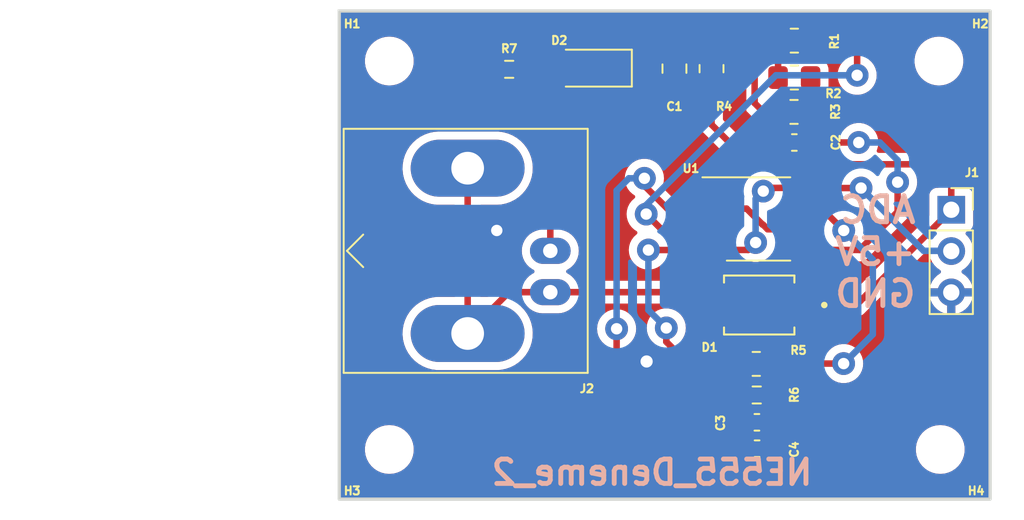
<source format=kicad_pcb>
(kicad_pcb (version 20221018) (generator pcbnew)
  (layers (0 "F.Cu" signal) (31 "B.Cu" signal) (34 "B.Paste" user) (35 "F.Paste" user) (36 "B.SilkS" user "B.Silkscreen") (37 "F.SilkS" user "F.Silkscreen") (38 "B.Mask" user) (39 "F.Mask" user) (44 "Edge.Cuts" user))
  (net 0 "")
  (net 1 "Net-(J1-Pin_1)")
  (net 2 "GND")
  (net 3 "Net-(U1-CV)")
  (net 4 "Net-(U1-THR)")
  (net 5 "Net-(J2-Ext)")
  (net 6 "Net-(D2-A)")
  (net 7 "+5V")
  (net 8 "Net-(U1-Q)")
  (net 9 "Net-(R1-Pad2)")
  (net 10 "Net-(R2-Pad2)")
  (net 11 "Net-(U1-DIS)")
  (net 12 "Net-(J2-In)")
  (footprint "MountingHole:MountingHole_2.5mm" (layer "F.Cu") (at 110.236 25.654)
    (fp_text reference "H1" (at -2.286 -2.286) (layer "F.SilkS") (effects (font (size 0.5 0.5) (thickness 0.125))))
    (fp_text value "MountingHole")
    (pad "" np_thru_hole circle (at 0 0) (size 2.5 2.5) (drill 2.5) (layers "*.Cu" "*.Mask"))
  )
  (footprint "MountingHole:MountingHole_2.5mm" (layer "F.Cu") (at 144.1 49.53)
    (fp_text reference "H4" (at 2.204 2.54) (layer "F.SilkS") (effects (font (size 0.5 0.5) (thickness 0.125))))
    (fp_text value "MountingHole")
    (pad "" np_thru_hole circle (at 0 0) (size 2.5 2.5) (drill 2.5) (layers "*.Cu" "*.Mask"))
  )
  (footprint "LED_SMD:LED_1206_3216Metric_Pad1.42x1.75mm_HandSolder" (layer "F.Cu") (at 122.682 26.09 180)
    (fp_text reference "D2" (at 2.002 1.706) (layer "F.SilkS") (effects (font (size 0.5 0.5) (thickness 0.125))))
    (fp_text value "LED")
    (fp_line (start -2.46 -1.135) (end -2.46 1.135) (stroke (width 0.12)) (layer "F.SilkS"))
    (fp_line (start -2.46 1.135) (end 1.6 1.135) (stroke (width 0.12)) (layer "F.SilkS"))
    (fp_line (start 1.6 -1.135) (end -2.46 -1.135) (stroke (width 0.12)) (layer "F.SilkS"))
    (pad "1" smd roundrect (at -1.4875 0 180) (size 1.425 1.75) (layers "F.Cu" "F.Paste" "F.Mask") (roundrect_rratio 0.175439) (net 2 "GND"))
    (pad "2" smd roundrect (at 1.4875 0 180) (size 1.425 1.75) (layers "F.Cu" "F.Paste" "F.Mask") (roundrect_rratio 0.175439) (net 6 "Net-(D2-A)"))
  )
  (footprint "Package_SO:SOIC-8_3.9x4.9mm_P1.27mm" (layer "F.Cu") (at 132.93 35.36)
    (fp_text reference "U1" (at -4.152 -3.102) (layer "F.SilkS") (effects (font (size 0.5 0.5) (thickness 0.125))))
    (fp_text value "NE555D" hide)
    (fp_line (start 0 -2.56) (end -3.45 -2.56) (stroke (width 0.12)) (layer "F.SilkS"))
    (fp_line (start 0 -2.56) (end 1.95 -2.56) (stroke (width 0.12)) (layer "F.SilkS"))
    (fp_line (start 0 2.56) (end -1.95 2.56) (stroke (width 0.12)) (layer "F.SilkS"))
    (fp_line (start 0 2.56) (end 1.95 2.56) (stroke (width 0.12)) (layer "F.SilkS"))
    (pad "1" smd roundrect (at -2.475 -1.905) (size 1.95 0.6) (layers "F.Cu" "F.Paste" "F.Mask") (net 2 "GND"))
    (pad "2" smd roundrect (at -2.475 -0.635) (size 1.95 0.6) (layers "F.Cu" "F.Paste" "F.Mask") (net 4 "Net-(U1-THR)"))
    (pad "3" smd roundrect (at -2.475 0.635) (size 1.95 0.6) (layers "F.Cu" "F.Paste" "F.Mask") (net 8 "Net-(U1-Q)"))
    (pad "4" smd roundrect (at -2.475 1.905) (size 1.95 0.6) (layers "F.Cu" "F.Paste" "F.Mask") (net 7 "+5V"))
    (pad "5" smd roundrect (at 2.475 1.905) (size 1.95 0.6) (layers "F.Cu" "F.Paste" "F.Mask") (net 3 "Net-(U1-CV)"))
    (pad "6" smd roundrect (at 2.475 0.635) (size 1.95 0.6) (layers "F.Cu" "F.Paste" "F.Mask") (net 4 "Net-(U1-THR)"))
    (pad "7" smd roundrect (at 2.475 -0.635) (size 1.95 0.6) (layers "F.Cu" "F.Paste" "F.Mask") (net 11 "Net-(U1-DIS)"))
    (pad "8" smd roundrect (at 2.475 -1.905) (size 1.95 0.6) (layers "F.Cu" "F.Paste" "F.Mask") (net 7 "+5V"))
  )
  (footprint "Resistor_SMD:R_0805_2012Metric_Pad1.20x1.40mm_HandSolder" (layer "F.Cu") (at 135.13 26.67)
    (fp_text reference "R2" (at 2.4 0.99 180) (layer "F.SilkS") (effects (font (size 0.5 0.5) (thickness 0.125))))
    (fp_text value "75")
    (fp_line (start -0.227064 -0.735) (end 0.227064 -0.735) (stroke (width 0.12)) (layer "F.SilkS"))
    (fp_line (start -0.227064 0.735) (end 0.227064 0.735) (stroke (width 0.12)) (layer "F.SilkS"))
    (pad "1" smd roundrect (at -1 0) (size 1.2 1.4) (layers "F.Cu" "F.Paste" "F.Mask") (roundrect_rratio 0.208333) (net 9 "Net-(R1-Pad2)"))
    (pad "2" smd roundrect (at 1 0) (size 1.2 1.4) (layers "F.Cu" "F.Paste" "F.Mask") (roundrect_rratio 0.208333) (net 10 "Net-(R2-Pad2)"))
  )
  (footprint "Connector_PinSocket_2.54mm:PinSocket_1x03_P2.54mm_Vertical" (layer "F.Cu") (at 144.775 34.795)
    (fp_text reference "J1" (at 1.275 -2.283) (layer "F.SilkS") (effects (font (size 0.5 0.5) (thickness 0.125))))
    (fp_text value "01x03" hide)
    (fp_line (start -1.33 1.27) (end -1.33 6.41) (stroke (width 0.12)) (layer "F.SilkS"))
    (fp_line (start -1.33 1.27) (end 1.33 1.27) (stroke (width 0.12)) (layer "F.SilkS"))
    (fp_line (start -1.33 6.41) (end 1.33 6.41) (stroke (width 0.12)) (layer "F.SilkS"))
    (fp_line (start 0 -1.33) (end 1.33 -1.33) (stroke (width 0.12)) (layer "F.SilkS"))
    (fp_line (start 1.33 -1.33) (end 1.33 0) (stroke (width 0.12)) (layer "F.SilkS"))
    (fp_line (start 1.33 1.27) (end 1.33 6.41) (stroke (width 0.12)) (layer "F.SilkS"))
    (pad "1" thru_hole rect (at 0 0) (size 1.7 1.7) (drill 1) (layers "*.Cu" "*.Mask") (net 1 "Net-(J1-Pin_1)"))
    (pad "2" thru_hole oval (at 0 2.54) (size 1.7 1.7) (drill 1) (layers "*.Cu" "*.Mask") (net 7 "+5V"))
    (pad "3" thru_hole oval (at 0 5.08) (size 1.7 1.7) (drill 1) (layers "*.Cu" "*.Mask") (net 2 "GND"))
  )
  (footprint "Resistor_SMD:R_0603_1608Metric_Pad0.98x0.95mm_HandSolder" (layer "F.Cu") (at 132.8175 46.18)
    (fp_text reference "R6" (at 2.3105 -0.01 270) (layer "F.SilkS") (effects (font (size 0.5 0.5) (thickness 0.125))))
    (fp_text value "1k")
    (fp_line (start -0.254724 -0.5225) (end 0.254724 -0.5225) (stroke (width 0.12)) (layer "F.SilkS"))
    (fp_line (start -0.254724 0.5225) (end 0.254724 0.5225) (stroke (width 0.12)) (layer "F.SilkS"))
    (pad "1" smd roundrect (at -0.9125 0) (size 0.975 0.95) (layers "F.Cu" "F.Paste" "F.Mask") (net 4 "Net-(U1-THR)"))
    (pad "2" smd roundrect (at 0.9125 0) (size 0.975 0.95) (layers "F.Cu" "F.Paste" "F.Mask") (net 11 "Net-(U1-DIS)"))
  )
  (footprint "MountingHole:MountingHole_2.5mm" (layer "F.Cu") (at 110.236 49.53)
    (fp_text reference "H3" (at -2.286 2.54) (layer "F.SilkS") (effects (font (size 0.5 0.5) (thickness 0.125))))
    (fp_text value "MountingHole")
    (pad "" np_thru_hole circle (at 0 0) (size 2.5 2.5) (drill 2.5) (layers "*.Cu" "*.Mask"))
  )
  (footprint "Capacitor_SMD:C_0805_2012Metric_Pad1.18x1.45mm_HandSolder" (layer "F.Cu") (at 127.76 26.12 90)
    (fp_text reference "C1" (at -2.328 0) (layer "F.SilkS") (effects (font (size 0.5 0.5) (thickness 0.125))))
    (fp_text value "100nF")
    (fp_line (start -0.261252 -0.735) (end 0.261252 -0.735) (stroke (width 0.12)) (layer "F.SilkS"))
    (fp_line (start -0.261252 0.735) (end 0.261252 0.735) (stroke (width 0.12)) (layer "F.SilkS"))
    (pad "1" smd roundrect (at -1.0375 0 90) (size 1.175 1.45) (layers "F.Cu" "F.Paste" "F.Mask") (roundrect_rratio 0.212766) (net 1 "Net-(J1-Pin_1)"))
    (pad "2" smd roundrect (at 1.0375 0 90) (size 1.175 1.45) (layers "F.Cu" "F.Paste" "F.Mask") (roundrect_rratio 0.212766) (net 2 "GND"))
  )
  (footprint "Capacitor_SMD:C_0603_1608Metric_Pad1.08x0.95mm_HandSolder" (layer "F.Cu") (at 135.13 30.66 180)
    (fp_text reference "C2" (at -2.55 0.01 270) (layer "F.SilkS") (effects (font (size 0.5 0.5) (thickness 0.125))))
    (fp_text value "10nF")
    (fp_line (start -0.146267 -0.51) (end 0.146267 -0.51) (stroke (width 0.12)) (layer "F.SilkS"))
    (fp_line (start -0.146267 0.51) (end 0.146267 0.51) (stroke (width 0.12)) (layer "F.SilkS"))
    (pad "1" smd roundrect (at -0.8625 0 180) (size 1.075 0.95) (layers "F.Cu" "F.Paste" "F.Mask") (net 3 "Net-(U1-CV)"))
    (pad "2" smd roundrect (at 0.8625 0 180) (size 1.075 0.95) (layers "F.Cu" "F.Paste" "F.Mask") (net 2 "GND"))
  )
  (footprint "Connector_Coaxial:BNC_Amphenol_B6252HB-NPP3G-50_Horizontal" (layer "F.Cu") (at 120.13 37.32 90)
    (fp_text reference "J2" (at -8.47 2.25) (layer "F.SilkS") (effects (font (size 0.5 0.5) (thickness 0.125))))
    (fp_text value "Conn_Coaxial_Power")
    (fp_line (start -7.5 -12.7) (end 7.5 -12.7) (stroke (width 0.12)) (layer "F.SilkS"))
    (fp_line (start -7.5 2.3) (end -7.5 -12.7) (stroke (width 0.12)) (layer "F.SilkS"))
    (fp_line (start 0 -12.5) (end -1 -11.5) (stroke (width 0.12)) (layer "F.SilkS"))
    (fp_line (start 0 -12.5) (end 1 -11.5) (stroke (width 0.12)) (layer "F.SilkS"))
    (fp_line (start 7.5 -12.7) (end 7.5 2.3) (stroke (width 0.12)) (layer "F.SilkS"))
    (fp_line (start 7.5 2.3) (end -7.5 2.3) (stroke (width 0.12)) (layer "F.SilkS"))
    (pad "1" thru_hole oval (at 0 0 90) (size 1.6 2.5) (drill 0.89) (layers "*.Cu" "*.Mask") (net 12 "Net-(J2-In)"))
    (pad "2" thru_hole oval (at -5.08 -5.08 90) (size 3.5 7) (drill 2.01) (layers "*.Cu" "*.Mask") (net 5 "Net-(J2-Ext)"))
    (pad "2" thru_hole oval (at -2.54 0 90) (size 1.6 2.5) (drill 0.89) (layers "*.Cu" "*.Mask") (net 5 "Net-(J2-Ext)"))
    (pad "2" thru_hole oval (at 5.08 -5.08 90) (size 3.5 7) (drill 2.01) (layers "*.Cu" "*.Mask") (net 5 "Net-(J2-Ext)"))
  )
  (footprint "Resistor_SMD:R_0805_2012Metric_Pad1.20x1.40mm_HandSolder" (layer "F.Cu") (at 132.79 44.27 180)
    (fp_text reference "R5" (at -2.592 0.836) (layer "F.SilkS") (effects (font (size 0.5 0.5) (thickness 0.125))))
    (fp_text value "18")
    (fp_line (start -0.227064 -0.735) (end 0.227064 -0.735) (stroke (width 0.12)) (layer "F.SilkS"))
    (fp_line (start -0.227064 0.735) (end 0.227064 0.735) (stroke (width 0.12)) (layer "F.SilkS"))
    (pad "1" smd roundrect (at -1 0 180) (size 1.2 1.4) (layers "F.Cu" "F.Paste" "F.Mask") (roundrect_rratio 0.208333) (net 11 "Net-(U1-DIS)"))
    (pad "2" smd roundrect (at 1 0 180) (size 1.2 1.4) (layers "F.Cu" "F.Paste" "F.Mask") (roundrect_rratio 0.208333) (net 7 "+5V"))
  )
  (footprint "Resistor_SMD:R_0805_2012Metric_Pad1.20x1.40mm_HandSolder" (layer "F.Cu") (at 130.04 26.1225 90)
    (fp_text reference "R4" (at -2.3255 0.77) (layer "F.SilkS") (effects (font (size 0.5 0.5) (thickness 0.125))))
    (fp_text value "18k")
    (fp_line (start -0.227064 -0.735) (end 0.227064 -0.735) (stroke (width 0.12)) (layer "F.SilkS"))
    (fp_line (start -0.227064 0.735) (end 0.227064 0.735) (stroke (width 0.12)) (layer "F.SilkS"))
    (pad "1" smd roundrect (at -1 0 90) (size 1.2 1.4) (layers "F.Cu" "F.Paste" "F.Mask") (roundrect_rratio 0.208333) (net 1 "Net-(J1-Pin_1)"))
    (pad "2" smd roundrect (at 1 0 90) (size 1.2 1.4) (layers "F.Cu" "F.Paste" "F.Mask") (roundrect_rratio 0.208333) (net 2 "GND"))
  )
  (footprint "Capacitor_SMD:C_0603_1608Metric_Pad1.08x0.95mm_HandSolder" (layer "F.Cu") (at 132.84 49.48)
    (fp_text reference "C4" (at 2.288 0.05 270) (layer "F.SilkS") (effects (font (size 0.5 0.5) (thickness 0.125))))
    (fp_text value "300pF")
    (fp_line (start -0.146267 -0.51) (end 0.146267 -0.51) (stroke (width 0.12)) (layer "F.SilkS"))
    (fp_line (start -0.146267 0.51) (end 0.146267 0.51) (stroke (width 0.12)) (layer "F.SilkS"))
    (pad "1" smd roundrect (at -0.8625 0) (size 1.075 0.95) (layers "F.Cu" "F.Paste" "F.Mask") (net 4 "Net-(U1-THR)"))
    (pad "2" smd roundrect (at 0.8625 0) (size 1.075 0.95) (layers "F.Cu" "F.Paste" "F.Mask") (net 2 "GND"))
  )
  (footprint "Resistor_SMD:R_0603_1608Metric_Pad0.98x0.95mm_HandSolder" (layer "F.Cu") (at 117.602 26.162)
    (fp_text reference "R7" (at 0 -1.27) (layer "F.SilkS") (effects (font (size 0.5 0.5) (thickness 0.125))))
    (fp_text value "1k")
    (fp_line (start -0.254724 -0.5225) (end 0.254724 -0.5225) (stroke (width 0.12)) (layer "F.SilkS"))
    (fp_line (start -0.254724 0.5225) (end 0.254724 0.5225) (stroke (width 0.12)) (layer "F.SilkS"))
    (pad "1" smd roundrect (at -0.9125 0) (size 0.975 0.95) (layers "F.Cu" "F.Paste" "F.Mask") (net 12 "Net-(J2-In)"))
    (pad "2" smd roundrect (at 0.9125 0) (size 0.975 0.95) (layers "F.Cu" "F.Paste" "F.Mask") (net 6 "Net-(D2-A)"))
  )
  (footprint "SS210:DIOM4336X265N" (layer "F.Cu") (at 132.97 40.65 180)
    (fp_text reference "D1" (at 3.05 -2.6) (layer "F.SilkS") (effects (font (size 0.5 0.5) (thickness 0.125))))
    (fp_text value "SS210")
    (fp_line (start -2.1625 -1.8125) (end -2.1625 -1.38) (stroke (width 0.127)) (layer "F.SilkS"))
    (fp_line (start -2.1625 1.8125) (end -2.1625 1.38) (stroke (width 0.127)) (layer "F.SilkS"))
    (fp_line (start -2.1625 1.8125) (end 2.1625 1.8125) (stroke (width 0.127)) (layer "F.SilkS"))
    (fp_line (start 2.1625 -1.8125) (end -2.1625 -1.8125) (stroke (width 0.127)) (layer "F.SilkS"))
    (fp_line (start 2.1625 -1.38) (end 2.1625 -1.8125) (stroke (width 0.127)) (layer "F.SilkS"))
    (fp_line (start 2.1625 1.8125) (end 2.1625 1.38) (stroke (width 0.127)) (layer "F.SilkS"))
    (fp_circle (center -4 0) (end -3.9 0) (stroke (width 0.2)) (fill none) (layer "F.SilkS"))
    (pad "A" smd rect (at 2.165 0 180) (size 2.28 2.12) (layers "F.Cu" "F.Paste" "F.Mask") (net 5 "Net-(J2-Ext)"))
    (pad "C" smd rect (at -2.165 0 180) (size 2.28 2.12) (layers "F.Cu" "F.Paste" "F.Mask") (net 1 "Net-(J1-Pin_1)"))
  )
  (footprint "Capacitor_SMD:C_0603_1608Metric_Pad1.08x0.95mm_HandSolder" (layer "F.Cu") (at 132.83 47.86)
    (fp_text reference "C3" (at -2.24 0.04 270) (layer "F.SilkS") (effects (font (size 0.5 0.5) (thickness 0.125))))
    (fp_text value "300pF")
    (fp_line (start -0.146267 -0.51) (end 0.146267 -0.51) (stroke (width 0.12)) (layer "F.SilkS"))
    (fp_line (start -0.146267 0.51) (end 0.146267 0.51) (stroke (width 0.12)) (layer "F.SilkS"))
    (pad "1" smd roundrect (at -0.8625 0) (size 1.075 0.95) (layers "F.Cu" "F.Paste" "F.Mask") (net 4 "Net-(U1-THR)"))
    (pad "2" smd roundrect (at 0.8625 0) (size 1.075 0.95) (layers "F.Cu" "F.Paste" "F.Mask") (net 2 "GND"))
  )
  (footprint "MountingHole:MountingHole_2.5mm" (layer "F.Cu") (at 144.018 25.654)
    (fp_text reference "H2" (at 2.54 -2.286) (layer "F.SilkS") (effects (font (size 0.5 0.5) (thickness 0.125))))
    (fp_text value "MountingHole")
    (pad "" np_thru_hole circle (at 0 0) (size 2.5 2.5) (drill 2.5) (layers "*.Cu" "*.Mask"))
  )
  (footprint "Resistor_SMD:R_0805_2012Metric_Pad1.20x1.40mm_HandSolder" (layer "F.Cu") (at 135.11 28.78 180)
    (fp_text reference "R3" (at -2.55 0.01 90) (layer "F.SilkS") (effects (font (size 0.5 0.5) (thickness 0.125))))
    (fp_text value "75")
    (fp_line (start -0.227064 -0.735) (end 0.227064 -0.735) (stroke (width 0.12)) (layer "F.SilkS"))
    (fp_line (start -0.227064 0.735) (end 0.227064 0.735) (stroke (width 0.12)) (layer "F.SilkS"))
    (pad "1" smd roundrect (at -1 0 180) (size 1.2 1.4) (layers "F.Cu" "F.Paste" "F.Mask") (roundrect_rratio 0.208333) (net 10 "Net-(R2-Pad2)"))
    (pad "2" smd roundrect (at 1 0 180) (size 1.2 1.4) (layers "F.Cu" "F.Paste" "F.Mask") (roundrect_rratio 0.208333) (net 12 "Net-(J2-In)"))
  )
  (footprint "Resistor_SMD:R_0805_2012Metric_Pad1.20x1.40mm_HandSolder" (layer "F.Cu") (at 135.13 24.4 180)
    (fp_text reference "R1" (at -2.46 -0.04 270) (layer "F.SilkS") (effects (font (size 0.5 0.5) (thickness 0.125))))
    (fp_text value "75")
    (fp_line (start -0.227064 -0.735) (end 0.227064 -0.735) (stroke (width 0.12)) (layer "F.SilkS"))
    (fp_line (start -0.227064 0.735) (end 0.227064 0.735) (stroke (width 0.12)) (layer "F.SilkS"))
    (pad "1" smd roundrect (at -1 0 180) (size 1.2 1.4) (layers "F.Cu" "F.Paste" "F.Mask") (roundrect_rratio 0.208333) (net 8 "Net-(U1-Q)"))
    (pad "2" smd roundrect (at 1 0 180) (size 1.2 1.4) (layers "F.Cu" "F.Paste" "F.Mask") (roundrect_rratio 0.208333) (net 9 "Net-(R1-Pad2)"))
  )
  (gr_rect (start 107.16 22.58) (end 147.16 52.58) (stroke (width 0.2)) (fill none) (layer "Edge.Cuts"))
  (gr_text "NE555_Deneme_2\n" (at 136.398 51.816) (layer "B.SilkS") (effects (font (size 1.5 1.5) (thickness 0.3) bold) (justify left bottom mirror)))
  (gr_text "ADC\n+5V\nGND" (at 142.748 40.894) (layer "B.SilkS") (effects (font (size 1.6 1.6) (thickness 0.3) bold) (justify left bottom mirror)))
  (segment (start 144.775 34.795) (end 144.775 34.815) (width 0.4) (layer "F.Cu") (net 1))
  (segment (start 138.94 40.65) (end 135.135 40.65) (width 0.4) (layer "F.Cu") (net 1))
  (segment (start 144.775 32.815) (end 144.775 34.795) (width 0.4) (layer "F.Cu") (net 1))
  (segment (start 143.96 32) (end 144.775 32.815) (width 0.4) (layer "F.Cu") (net 1))
  (segment (start 130.04 27.1225) (end 130.04 29.56) (width 0.4) (layer "F.Cu") (net 1))
  (segment (start 130.04 29.56) (end 132.48 32) (width 0.4) (layer "F.Cu") (net 1))
  (segment (start 132.48 32) (end 143.96 32) (width 0.4) (layer "F.Cu") (net 1))
  (segment (start 144.775 34.815) (end 138.94 40.65) (width 0.4) (layer "F.Cu") (net 1))
  (segment (start 130.005 27.1575) (end 130.04 27.1225) (width 0.4) (layer "F.Cu") (net 1))
  (segment (start 127.76 27.1575) (end 130.005 27.1575) (width 0.4) (layer "F.Cu") (net 1))
  (segment (start 124.1695 26.09) (end 126.7525 26.09) (width 0.4) (layer "F.Cu") (net 2))
  (segment (start 131.98 25.83) (end 131.32 25.17) (width 0.4) (layer "F.Cu") (net 2))
  (segment (start 130.04 25.1225) (end 127.8 25.1225) (width 0.4) (layer "F.Cu") (net 2))
  (segment (start 131.32 25.17) (end 130.0875 25.17) (width 0.4) (layer "F.Cu") (net 2))
  (segment (start 126.7525 26.09) (end 127.76 25.0825) (width 0.4) (layer "F.Cu") (net 2))
  (segment (start 133.7025 47.87) (end 133.6925 47.86) (width 0.4) (layer "F.Cu") (net 2))
  (segment (start 134.2675 30.66) (end 134.200051 30.66) (width 0.5) (layer "F.Cu") (net 2))
  (segment (start 134.200051 30.66) (end 133.23 30.66) (width 0.4) (layer "F.Cu") (net 2))
  (segment (start 127.8 25.1225) (end 127.76 25.0825) (width 0.4) (layer "F.Cu") (net 2))
  (segment (start 144.775 42.145) (end 144.775 39.875) (width 0.4) (layer "F.Cu") (net 2))
  (segment (start 139.06 47.86) (end 144.775 42.145) (width 0.4) (layer "F.Cu") (net 2))
  (segment (start 130.0875 25.17) (end 130.04 25.1225) (width 0.5) (layer "F.Cu") (net 2))
  (segment (start 133.7025 49.48) (end 133.7025 47.87) (width 0.4) (layer "F.Cu") (net 2))
  (segment (start 131.98 29.41) (end 131.98 25.83) (width 0.4) (layer "F.Cu") (net 2))
  (segment (start 133.6925 47.86) (end 139.06 47.86) (width 0.4) (layer "F.Cu") (net 2))
  (segment (start 133.23 30.66) (end 131.98 29.41) (width 0.4) (layer "F.Cu") (net 2))
  (via (at 116.84 36.068) (size 1.4) (drill 0.7) (layers "F.Cu" "B.Cu") (net 2))
  (via (at 126.05 44.12) (size 1.5) (drill 0.75) (layers "F.Cu" "B.Cu") (net 2))
  (segment (start 139.135 37.265) (end 135.405 37.265) (width 0.4) (layer "F.Cu") (net 3))
  (segment (start 141.478 34.922) (end 139.135 37.265) (width 0.4) (layer "F.Cu") (net 3))
  (segment (start 135.9925 30.66) (end 139.09 30.66) (width 0.4) (layer "F.Cu") (net 3))
  (segment (start 141.478 33.0995) (end 141.478 34.922) (width 0.4) (layer "F.Cu") (net 3))
  (via (at 141.478 33.0995) (size 1.4) (drill 0.7) (layers "F.Cu" "B.Cu") (net 3))
  (via (at 139.09 30.66) (size 1.4) (drill 0.7) (layers "F.Cu" "B.Cu") (net 3))
  (segment (start 141.478 33.0995) (end 141.478 31.75) (width 0.4) (layer "B.Cu") (net 3))
  (segment (start 141.478 31.75) (end 140.388 30.66) (width 0.4) (layer "B.Cu") (net 3))
  (segment (start 140.388 30.66) (end 139.09 30.66) (width 0.4) (layer "B.Cu") (net 3))
  (segment (start 131.9775 49.48) (end 131.9775 47.87) (width 0.4) (layer "F.Cu") (net 4))
  (segment (start 131.9675 47.86) (end 131.9675 46.2425) (width 0.4) (layer "F.Cu") (net 4))
  (segment (start 133.18 35.71) (end 133.205635 35.71) (width 0.4) (layer "F.Cu") (net 4))
  (segment (start 125.912536 33.312536) (end 127.325 34.725) (width 0.4) (layer "F.Cu") (net 4))
  (segment (start 127.325 34.725) (end 130.455 34.725) (width 0.4) (layer "F.Cu") (net 4))
  (segment (start 124.206 42.11) (end 124.206 44.704) (width 0.4) (layer "F.Cu") (net 4))
  (segment (start 131.9775 47.87) (end 131.9675 47.86) (width 0.4) (layer "F.Cu") (net 4))
  (segment (start 130.455 34.725) (end 132.195 34.725) (width 0.4) (layer "F.Cu") (net 4))
  (segment (start 124.206 44.704) (end 125.682 46.18) (width 0.4) (layer "F.Cu") (net 4))
  (segment (start 131.9675 46.2425) (end 131.905 46.18) (width 0.4) (layer "F.Cu") (net 4))
  (segment (start 125.912536 32.862536) (end 125.912536 33.312536) (width 0.4) (layer "F.Cu") (net 4))
  (segment (start 133.490635 35.995) (end 135.405 35.995) (width 0.4) (layer "F.Cu") (net 4))
  (segment (start 133.205635 35.71) (end 133.490635 35.995) (width 0.4) (layer "F.Cu") (net 4))
  (segment (start 132.195 34.725) (end 133.18 35.71) (width 0.4) (layer "F.Cu") (net 4))
  (segment (start 125.682 46.18) (end 131.905 46.18) (width 0.4) (layer "F.Cu") (net 4))
  (via (at 124.206 42.11) (size 1.4) (drill 0.7) (layers "F.Cu" "B.Cu") (net 4))
  (via (at 125.912536 32.862536) (size 1.4) (drill 0.7) (layers "F.Cu" "B.Cu") (net 4))
  (segment (start 124.206 33.614) (end 124.206 42.11) (width 0.4) (layer "B.Cu") (net 4))
  (segment (start 124.957464 32.862536) (end 124.206 33.614) (width 0.4) (layer "B.Cu") (net 4))
  (segment (start 125.912536 32.862536) (end 124.957464 32.862536) (width 0.4) (layer "B.Cu") (net 4))
  (segment (start 120.13 39.86) (end 130.015 39.86) (width 0.4) (layer "F.Cu") (net 5))
  (segment (start 115.05 42.4) (end 117.59 39.86) (width 0.4) (layer "F.Cu") (net 5))
  (segment (start 115.05 32.24) (end 115.05 42.4) (width 0.4) (layer "F.Cu") (net 5))
  (segment (start 130.015 39.86) (end 130.805 40.65) (width 0.4) (layer "F.Cu") (net 5))
  (segment (start 117.59 39.86) (end 120.13 39.86) (width 0.4) (layer "F.Cu") (net 5))
  (segment (start 121.1225 26.162) (end 121.1945 26.09) (width 0.4) (layer "F.Cu") (net 6))
  (segment (start 118.5145 26.162) (end 121.1225 26.162) (width 0.4) (layer "F.Cu") (net 6))
  (segment (start 130.45 37.27) (end 130.455 37.265) (width 0.4) (layer "F.Cu") (net 7))
  (segment (start 127.26 42.06) (end 127.26 42.91) (width 0.4) (layer "F.Cu") (net 7))
  (segment (start 130.455 37.265) (end 132.295 37.265) (width 0.4) (layer "F.Cu") (net 7))
  (segment (start 135.4 33.45) (end 135.405 33.455) (width 0.4) (layer "F.Cu") (net 7))
  (segment (start 133.22 33.65) (end 133.42 33.45) (width 0.4) (layer "F.Cu") (net 7))
  (segment (start 135.41 33.46) (end 135.405 33.455) (width 0.4) (layer "F.Cu") (net 7))
  (segment (start 126.16 37.27) (end 130.45 37.27) (width 0.4) (layer "F.Cu") (net 7))
  (segment (start 132.295 37.265) (end 132.75 36.81) (width 0.4) (layer "F.Cu") (net 7))
  (segment (start 127.26 42.91) (end 128.62 44.27) (width 0.4) (layer "F.Cu") (net 7))
  (segment (start 133.42 33.45) (end 135.4 33.45) (width 0.4) (layer "F.Cu") (net 7))
  (segment (start 139.23 33.46) (end 135.41 33.46) (width 0.4) (layer "F.Cu") (net 7))
  (segment (start 128.62 44.27) (end 131.79 44.27) (width 0.4) (layer "F.Cu") (net 7))
  (via (at 132.75 36.81) (size 1.4) (drill 0.7) (layers "F.Cu" "B.Cu") (net 7))
  (via (at 139.23 33.46) (size 1.4) (drill 0.7) (layers "F.Cu" "B.Cu") (net 7))
  (via (at 133.22 33.65) (size 1.4) (drill 0.7) (layers "F.Cu" "B.Cu") (net 7))
  (via (at 127.26 42.06) (size 1.4) (drill 0.7) (layers "F.Cu" "B.Cu") (net 7))
  (via (at 126.16 37.27) (size 1.4) (drill 0.7) (layers "F.Cu" "B.Cu") (net 7))
  (segment (start 143.08 37.32) (end 144.76 37.32) (width 0.4) (layer "B.Cu") (net 7))
  (segment (start 144.76 37.32) (end 144.775 37.335) (width 0.4) (layer "B.Cu") (net 7))
  (segment (start 139.23 33.46) (end 139.23 33.47) (width 0.4) (layer "B.Cu") (net 7))
  (segment (start 132.75 34.12) (end 133.22 33.65) (width 0.4) (layer "B.Cu") (net 7))
  (segment (start 132.75 36.81) (end 132.75 34.12) (width 0.4) (layer "B.Cu") (net 7))
  (segment (start 126.16 37.27) (end 126.16 40.96) (width 0.4) (layer "B.Cu") (net 7))
  (segment (start 126.16 40.96) (end 127.26 42.06) (width 0.4) (layer "B.Cu") (net 7))
  (segment (start 139.23 33.47) (end 143.08 37.32) (width 0.4) (layer "B.Cu") (net 7))
  (segment (start 138.99 25.27) (end 138.12 24.4) (width 0.4) (layer "F.Cu") (net 8))
  (segment (start 126.960072 35.995) (end 130.455 35.995) (width 0.4) (layer "F.Cu") (net 8))
  (segment (start 138.99 26.53) (end 138.99 25.27) (width 0.4) (layer "F.Cu") (net 8))
  (segment (start 138.12 24.4) (end 136.13 24.4) (width 0.4) (layer "F.Cu") (net 8))
  (segment (start 126.025036 35.059964) (end 126.960072 35.995) (width 0.4) (layer "F.Cu") (net 8))
  (via (at 138.99 26.53) (size 1.4) (drill 0.7) (layers "F.Cu" "B.Cu") (net 8))
  (via (at 126.025036 35.059964) (size 1.4) (drill 0.7) (layers "F.Cu" "B.Cu") (net 8))
  (segment (start 126.025036 35.059964) (end 126.025036 34.502964) (width 0.4) (layer "B.Cu") (net 8))
  (segment (start 133.998 26.53) (end 138.99 26.53) (width 0.4) (layer "B.Cu") (net 8))
  (segment (start 126.025036 34.502964) (end 133.998 26.53) (width 0.4) (layer "B.Cu") (net 8))
  (segment (start 134.13 24.4) (end 134.13 26.67) (width 0.4) (layer "F.Cu") (net 9))
  (segment (start 136.13 26.67) (end 136.13 28.76) (width 0.4) (layer "F.Cu") (net 10))
  (segment (start 136.13 28.76) (end 136.11 28.78) (width 0.4) (layer "F.Cu") (net 10))
  (segment (start 138.165 36.068) (end 136.822 34.725) (width 0.4) (layer "F.Cu") (net 11))
  (segment (start 133.73 46.18) (end 133.73 44.33) (width 0.4) (layer "F.Cu") (net 11))
  (segment (start 136.822 34.725) (end 135.405 34.725) (width 0.4) (layer "F.Cu") (net 11))
  (segment (start 138.16 44.25) (end 133.81 44.25) (width 0.4) (layer "F.Cu") (net 11))
  (segment (start 133.73 44.33) (end 133.79 44.27) (width 0.4) (layer "F.Cu") (net 11))
  (segment (start 133.81 44.25) (end 133.79 44.27) (width 0.6) (layer "F.Cu") (net 11))
  (via (at 138.16 44.25) (size 1.4) (drill 0.7) (layers "F.Cu" "B.Cu") (net 11))
  (via (at 138.165 36.068) (size 1.4) (drill 0.7) (layers "F.Cu" "B.Cu") (net 11))
  (segment (start 139.954 42.456) (end 138.16 44.25) (width 0.4) (layer "B.Cu") (net 11))
  (segment (start 138.165 36.068) (end 139.954 37.857) (width 0.4) (layer "B.Cu") (net 11))
  (segment (start 139.954 37.857) (end 139.954 42.456) (width 0.4) (layer "B.Cu") (net 11))
  (segment (start 120.13 30.976) (end 120.13 37.32) (width 0.4) (layer "F.Cu") (net 12))
  (segment (start 134.11 28.78) (end 133.23 28.78) (width 0.4) (layer "F.Cu") (net 12))
  (segment (start 131.592 23.622) (end 117.856 23.622) (width 0.4) (layer "F.Cu") (net 12))
  (segment (start 133.23 28.78) (end 132.69 28.24) (width 0.4) (layer "F.Cu") (net 12))
  (segment (start 132.69 28.24) (end 132.69 24.72) (width 0.4) (layer "F.Cu") (net 12))
  (segment (start 116.6895 27.5355) (end 120.13 30.976) (width 0.4) (layer "F.Cu") (net 12))
  (segment (start 132.69 24.72) (end 131.592 23.622) (width 0.4) (layer "F.Cu") (net 12))
  (segment (start 116.6895 24.7885) (end 116.6895 26.162) (width 0.4) (layer "F.Cu") (net 12))
  (segment (start 116.6895 26.162) (end 116.6895 27.5355) (width 0.4) (layer "F.Cu") (net 12))
  (segment (start 117.856 23.622) (end 116.6895 24.7885) (width 0.4) (layer "F.Cu") (net 12))
  (zone (net 2) (net_name "GND") (layers "F&B.Cu") (connect_pads (clearance 0.5)) (min_thickness 0.25) (fill yes (thermal_gap 0.5) (thermal_bridge_width 0.5))
    (polygon (pts (xy 107.12 22.53) (xy 147.19 22.55) (xy 147.19 52.61) (xy 107.14 52.59)))
  )
)
</source>
